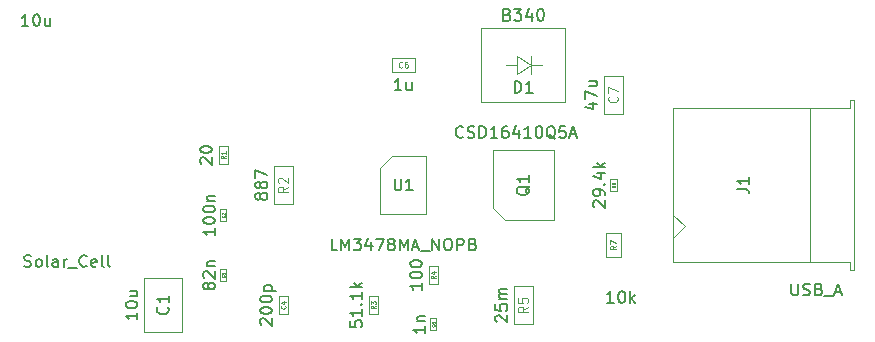
<source format=gbr>
%TF.GenerationSoftware,KiCad,Pcbnew,(6.0.4)*%
%TF.CreationDate,2022-04-27T12:43:55-07:00*%
%TF.ProjectId,SolarChargerV2,536f6c61-7243-4686-9172-67657256322e,rev?*%
%TF.SameCoordinates,Original*%
%TF.FileFunction,AssemblyDrawing,Top*%
%FSLAX46Y46*%
G04 Gerber Fmt 4.6, Leading zero omitted, Abs format (unit mm)*
G04 Created by KiCad (PCBNEW (6.0.4)) date 2022-04-27 12:43:55*
%MOMM*%
%LPD*%
G01*
G04 APERTURE LIST*
%ADD10C,0.150000*%
%ADD11C,0.040000*%
%ADD12C,0.060000*%
%ADD13C,0.080000*%
%ADD14C,0.120000*%
%ADD15C,0.100000*%
G04 APERTURE END LIST*
D10*
%TO.C,C5*%
X128832380Y-83074166D02*
X128832380Y-83645595D01*
X128832380Y-83359880D02*
X127832380Y-83359880D01*
X127975238Y-83455119D01*
X128070476Y-83550357D01*
X128118095Y-83645595D01*
X128165714Y-82645595D02*
X128832380Y-82645595D01*
X128260952Y-82645595D02*
X128213333Y-82597976D01*
X128165714Y-82502738D01*
X128165714Y-82359880D01*
X128213333Y-82264642D01*
X128308571Y-82217023D01*
X128832380Y-82217023D01*
D11*
X129629285Y-82949166D02*
X129641190Y-82961071D01*
X129653095Y-82996785D01*
X129653095Y-83020595D01*
X129641190Y-83056309D01*
X129617380Y-83080119D01*
X129593571Y-83092023D01*
X129545952Y-83103928D01*
X129510238Y-83103928D01*
X129462619Y-83092023D01*
X129438809Y-83080119D01*
X129415000Y-83056309D01*
X129403095Y-83020595D01*
X129403095Y-82996785D01*
X129415000Y-82961071D01*
X129426904Y-82949166D01*
X129403095Y-82722976D02*
X129403095Y-82842023D01*
X129522142Y-82853928D01*
X129510238Y-82842023D01*
X129498333Y-82818214D01*
X129498333Y-82758690D01*
X129510238Y-82734880D01*
X129522142Y-82722976D01*
X129545952Y-82711071D01*
X129605476Y-82711071D01*
X129629285Y-82722976D01*
X129641190Y-82734880D01*
X129653095Y-82758690D01*
X129653095Y-82818214D01*
X129641190Y-82842023D01*
X129629285Y-82853928D01*
D10*
%TO.C,C3*%
X110480952Y-79763809D02*
X110433333Y-79859047D01*
X110385714Y-79906666D01*
X110290476Y-79954285D01*
X110242857Y-79954285D01*
X110147619Y-79906666D01*
X110100000Y-79859047D01*
X110052380Y-79763809D01*
X110052380Y-79573333D01*
X110100000Y-79478095D01*
X110147619Y-79430476D01*
X110242857Y-79382857D01*
X110290476Y-79382857D01*
X110385714Y-79430476D01*
X110433333Y-79478095D01*
X110480952Y-79573333D01*
X110480952Y-79763809D01*
X110528571Y-79859047D01*
X110576190Y-79906666D01*
X110671428Y-79954285D01*
X110861904Y-79954285D01*
X110957142Y-79906666D01*
X111004761Y-79859047D01*
X111052380Y-79763809D01*
X111052380Y-79573333D01*
X111004761Y-79478095D01*
X110957142Y-79430476D01*
X110861904Y-79382857D01*
X110671428Y-79382857D01*
X110576190Y-79430476D01*
X110528571Y-79478095D01*
X110480952Y-79573333D01*
X110147619Y-79001904D02*
X110100000Y-78954285D01*
X110052380Y-78859047D01*
X110052380Y-78620952D01*
X110100000Y-78525714D01*
X110147619Y-78478095D01*
X110242857Y-78430476D01*
X110338095Y-78430476D01*
X110480952Y-78478095D01*
X111052380Y-79049523D01*
X111052380Y-78430476D01*
X110385714Y-78001904D02*
X111052380Y-78001904D01*
X110480952Y-78001904D02*
X110433333Y-77954285D01*
X110385714Y-77859047D01*
X110385714Y-77716190D01*
X110433333Y-77620952D01*
X110528571Y-77573333D01*
X111052380Y-77573333D01*
D11*
X111849285Y-78781666D02*
X111861190Y-78793571D01*
X111873095Y-78829285D01*
X111873095Y-78853095D01*
X111861190Y-78888809D01*
X111837380Y-78912619D01*
X111813571Y-78924523D01*
X111765952Y-78936428D01*
X111730238Y-78936428D01*
X111682619Y-78924523D01*
X111658809Y-78912619D01*
X111635000Y-78888809D01*
X111623095Y-78853095D01*
X111623095Y-78829285D01*
X111635000Y-78793571D01*
X111646904Y-78781666D01*
X111623095Y-78698333D02*
X111623095Y-78543571D01*
X111718333Y-78626904D01*
X111718333Y-78591190D01*
X111730238Y-78567380D01*
X111742142Y-78555476D01*
X111765952Y-78543571D01*
X111825476Y-78543571D01*
X111849285Y-78555476D01*
X111861190Y-78567380D01*
X111873095Y-78591190D01*
X111873095Y-78662619D01*
X111861190Y-78686428D01*
X111849285Y-78698333D01*
D10*
%TO.C,C2*%
X111052380Y-74779047D02*
X111052380Y-75350476D01*
X111052380Y-75064761D02*
X110052380Y-75064761D01*
X110195238Y-75160000D01*
X110290476Y-75255238D01*
X110338095Y-75350476D01*
X110052380Y-74160000D02*
X110052380Y-74064761D01*
X110100000Y-73969523D01*
X110147619Y-73921904D01*
X110242857Y-73874285D01*
X110433333Y-73826666D01*
X110671428Y-73826666D01*
X110861904Y-73874285D01*
X110957142Y-73921904D01*
X111004761Y-73969523D01*
X111052380Y-74064761D01*
X111052380Y-74160000D01*
X111004761Y-74255238D01*
X110957142Y-74302857D01*
X110861904Y-74350476D01*
X110671428Y-74398095D01*
X110433333Y-74398095D01*
X110242857Y-74350476D01*
X110147619Y-74302857D01*
X110100000Y-74255238D01*
X110052380Y-74160000D01*
X110052380Y-73207619D02*
X110052380Y-73112380D01*
X110100000Y-73017142D01*
X110147619Y-72969523D01*
X110242857Y-72921904D01*
X110433333Y-72874285D01*
X110671428Y-72874285D01*
X110861904Y-72921904D01*
X110957142Y-72969523D01*
X111004761Y-73017142D01*
X111052380Y-73112380D01*
X111052380Y-73207619D01*
X111004761Y-73302857D01*
X110957142Y-73350476D01*
X110861904Y-73398095D01*
X110671428Y-73445714D01*
X110433333Y-73445714D01*
X110242857Y-73398095D01*
X110147619Y-73350476D01*
X110100000Y-73302857D01*
X110052380Y-73207619D01*
X110385714Y-72445714D02*
X111052380Y-72445714D01*
X110480952Y-72445714D02*
X110433333Y-72398095D01*
X110385714Y-72302857D01*
X110385714Y-72160000D01*
X110433333Y-72064761D01*
X110528571Y-72017142D01*
X111052380Y-72017142D01*
D11*
X111849285Y-73701666D02*
X111861190Y-73713571D01*
X111873095Y-73749285D01*
X111873095Y-73773095D01*
X111861190Y-73808809D01*
X111837380Y-73832619D01*
X111813571Y-73844523D01*
X111765952Y-73856428D01*
X111730238Y-73856428D01*
X111682619Y-73844523D01*
X111658809Y-73832619D01*
X111635000Y-73808809D01*
X111623095Y-73773095D01*
X111623095Y-73749285D01*
X111635000Y-73713571D01*
X111646904Y-73701666D01*
X111646904Y-73606428D02*
X111635000Y-73594523D01*
X111623095Y-73570714D01*
X111623095Y-73511190D01*
X111635000Y-73487380D01*
X111646904Y-73475476D01*
X111670714Y-73463571D01*
X111694523Y-73463571D01*
X111730238Y-73475476D01*
X111873095Y-73618333D01*
X111873095Y-73463571D01*
D10*
%TO.C,C4*%
X114957619Y-82970476D02*
X114910000Y-82922857D01*
X114862380Y-82827619D01*
X114862380Y-82589523D01*
X114910000Y-82494285D01*
X114957619Y-82446666D01*
X115052857Y-82399047D01*
X115148095Y-82399047D01*
X115290952Y-82446666D01*
X115862380Y-83018095D01*
X115862380Y-82399047D01*
X114862380Y-81780000D02*
X114862380Y-81684761D01*
X114910000Y-81589523D01*
X114957619Y-81541904D01*
X115052857Y-81494285D01*
X115243333Y-81446666D01*
X115481428Y-81446666D01*
X115671904Y-81494285D01*
X115767142Y-81541904D01*
X115814761Y-81589523D01*
X115862380Y-81684761D01*
X115862380Y-81780000D01*
X115814761Y-81875238D01*
X115767142Y-81922857D01*
X115671904Y-81970476D01*
X115481428Y-82018095D01*
X115243333Y-82018095D01*
X115052857Y-81970476D01*
X114957619Y-81922857D01*
X114910000Y-81875238D01*
X114862380Y-81780000D01*
X114862380Y-80827619D02*
X114862380Y-80732380D01*
X114910000Y-80637142D01*
X114957619Y-80589523D01*
X115052857Y-80541904D01*
X115243333Y-80494285D01*
X115481428Y-80494285D01*
X115671904Y-80541904D01*
X115767142Y-80589523D01*
X115814761Y-80637142D01*
X115862380Y-80732380D01*
X115862380Y-80827619D01*
X115814761Y-80922857D01*
X115767142Y-80970476D01*
X115671904Y-81018095D01*
X115481428Y-81065714D01*
X115243333Y-81065714D01*
X115052857Y-81018095D01*
X114957619Y-80970476D01*
X114910000Y-80922857D01*
X114862380Y-80827619D01*
X115195714Y-80065714D02*
X116195714Y-80065714D01*
X115243333Y-80065714D02*
X115195714Y-79970476D01*
X115195714Y-79780000D01*
X115243333Y-79684761D01*
X115290952Y-79637142D01*
X115386190Y-79589523D01*
X115671904Y-79589523D01*
X115767142Y-79637142D01*
X115814761Y-79684761D01*
X115862380Y-79780000D01*
X115862380Y-79970476D01*
X115814761Y-80065714D01*
D12*
X116982857Y-81346666D02*
X117001904Y-81365714D01*
X117020952Y-81422857D01*
X117020952Y-81460952D01*
X117001904Y-81518095D01*
X116963809Y-81556190D01*
X116925714Y-81575238D01*
X116849523Y-81594285D01*
X116792380Y-81594285D01*
X116716190Y-81575238D01*
X116678095Y-81556190D01*
X116640000Y-81518095D01*
X116620952Y-81460952D01*
X116620952Y-81422857D01*
X116640000Y-81365714D01*
X116659047Y-81346666D01*
X116754285Y-81003809D02*
X117020952Y-81003809D01*
X116601904Y-81099047D02*
X116887619Y-81194285D01*
X116887619Y-80946666D01*
D10*
%TO.C,C6*%
X126833333Y-63092380D02*
X126261904Y-63092380D01*
X126547619Y-63092380D02*
X126547619Y-62092380D01*
X126452380Y-62235238D01*
X126357142Y-62330476D01*
X126261904Y-62378095D01*
X127690476Y-62425714D02*
X127690476Y-63092380D01*
X127261904Y-62425714D02*
X127261904Y-62949523D01*
X127309523Y-63044761D01*
X127404761Y-63092380D01*
X127547619Y-63092380D01*
X127642857Y-63044761D01*
X127690476Y-62997142D01*
D13*
X126916666Y-61138571D02*
X126892857Y-61162380D01*
X126821428Y-61186190D01*
X126773809Y-61186190D01*
X126702380Y-61162380D01*
X126654761Y-61114761D01*
X126630952Y-61067142D01*
X126607142Y-60971904D01*
X126607142Y-60900476D01*
X126630952Y-60805238D01*
X126654761Y-60757619D01*
X126702380Y-60710000D01*
X126773809Y-60686190D01*
X126821428Y-60686190D01*
X126892857Y-60710000D01*
X126916666Y-60733809D01*
X127345238Y-60686190D02*
X127250000Y-60686190D01*
X127202380Y-60710000D01*
X127178571Y-60733809D01*
X127130952Y-60805238D01*
X127107142Y-60900476D01*
X127107142Y-61090952D01*
X127130952Y-61138571D01*
X127154761Y-61162380D01*
X127202380Y-61186190D01*
X127297619Y-61186190D01*
X127345238Y-61162380D01*
X127369047Y-61138571D01*
X127392857Y-61090952D01*
X127392857Y-60971904D01*
X127369047Y-60924285D01*
X127345238Y-60900476D01*
X127297619Y-60876666D01*
X127202380Y-60876666D01*
X127154761Y-60900476D01*
X127130952Y-60924285D01*
X127107142Y-60971904D01*
D10*
%TO.C,C7*%
X142715714Y-64238095D02*
X143382380Y-64238095D01*
X142334761Y-64476190D02*
X143049047Y-64714285D01*
X143049047Y-64095238D01*
X142382380Y-63809523D02*
X142382380Y-63142857D01*
X143382380Y-63571428D01*
X142715714Y-62333333D02*
X143382380Y-62333333D01*
X142715714Y-62761904D02*
X143239523Y-62761904D01*
X143334761Y-62714285D01*
X143382380Y-62619047D01*
X143382380Y-62476190D01*
X143334761Y-62380952D01*
X143287142Y-62333333D01*
D14*
X145065714Y-63633333D02*
X145103809Y-63671428D01*
X145141904Y-63785714D01*
X145141904Y-63861904D01*
X145103809Y-63976190D01*
X145027619Y-64052380D01*
X144951428Y-64090476D01*
X144799047Y-64128571D01*
X144684761Y-64128571D01*
X144532380Y-64090476D01*
X144456190Y-64052380D01*
X144380000Y-63976190D01*
X144341904Y-63861904D01*
X144341904Y-63785714D01*
X144380000Y-63671428D01*
X144418095Y-63633333D01*
X144341904Y-63366666D02*
X144341904Y-62833333D01*
X145141904Y-63176190D01*
D10*
%TO.C,C1*%
X104482380Y-81922857D02*
X104482380Y-82494285D01*
X104482380Y-82208571D02*
X103482380Y-82208571D01*
X103625238Y-82303809D01*
X103720476Y-82399047D01*
X103768095Y-82494285D01*
X103482380Y-81303809D02*
X103482380Y-81208571D01*
X103530000Y-81113333D01*
X103577619Y-81065714D01*
X103672857Y-81018095D01*
X103863333Y-80970476D01*
X104101428Y-80970476D01*
X104291904Y-81018095D01*
X104387142Y-81065714D01*
X104434761Y-81113333D01*
X104482380Y-81208571D01*
X104482380Y-81303809D01*
X104434761Y-81399047D01*
X104387142Y-81446666D01*
X104291904Y-81494285D01*
X104101428Y-81541904D01*
X103863333Y-81541904D01*
X103672857Y-81494285D01*
X103577619Y-81446666D01*
X103530000Y-81399047D01*
X103482380Y-81303809D01*
X103815714Y-80113333D02*
X104482380Y-80113333D01*
X103815714Y-80541904D02*
X104339523Y-80541904D01*
X104434761Y-80494285D01*
X104482380Y-80399047D01*
X104482380Y-80256190D01*
X104434761Y-80160952D01*
X104387142Y-80113333D01*
X107037142Y-81446666D02*
X107084761Y-81494285D01*
X107132380Y-81637142D01*
X107132380Y-81732380D01*
X107084761Y-81875238D01*
X106989523Y-81970476D01*
X106894285Y-82018095D01*
X106703809Y-82065714D01*
X106560952Y-82065714D01*
X106370476Y-82018095D01*
X106275238Y-81970476D01*
X106180000Y-81875238D01*
X106132380Y-81732380D01*
X106132380Y-81637142D01*
X106180000Y-81494285D01*
X106227619Y-81446666D01*
X107132380Y-80494285D02*
X107132380Y-81065714D01*
X107132380Y-80780000D02*
X106132380Y-80780000D01*
X106275238Y-80875238D01*
X106370476Y-80970476D01*
X106418095Y-81065714D01*
%TO.C,R6*%
X143157619Y-73000952D02*
X143110000Y-72953333D01*
X143062380Y-72858095D01*
X143062380Y-72620000D01*
X143110000Y-72524761D01*
X143157619Y-72477142D01*
X143252857Y-72429523D01*
X143348095Y-72429523D01*
X143490952Y-72477142D01*
X144062380Y-73048571D01*
X144062380Y-72429523D01*
X144062380Y-71953333D02*
X144062380Y-71762857D01*
X144014761Y-71667619D01*
X143967142Y-71620000D01*
X143824285Y-71524761D01*
X143633809Y-71477142D01*
X143252857Y-71477142D01*
X143157619Y-71524761D01*
X143110000Y-71572380D01*
X143062380Y-71667619D01*
X143062380Y-71858095D01*
X143110000Y-71953333D01*
X143157619Y-72000952D01*
X143252857Y-72048571D01*
X143490952Y-72048571D01*
X143586190Y-72000952D01*
X143633809Y-71953333D01*
X143681428Y-71858095D01*
X143681428Y-71667619D01*
X143633809Y-71572380D01*
X143586190Y-71524761D01*
X143490952Y-71477142D01*
X143967142Y-71048571D02*
X144014761Y-71000952D01*
X144062380Y-71048571D01*
X144014761Y-71096190D01*
X143967142Y-71048571D01*
X144062380Y-71048571D01*
X143395714Y-70143809D02*
X144062380Y-70143809D01*
X143014761Y-70381904D02*
X143729047Y-70620000D01*
X143729047Y-70000952D01*
X144062380Y-69620000D02*
X143062380Y-69620000D01*
X143681428Y-69524761D02*
X144062380Y-69239047D01*
X143395714Y-69239047D02*
X143776666Y-69620000D01*
D11*
X144897619Y-71163333D02*
X144773809Y-71250000D01*
X144897619Y-71311904D02*
X144637619Y-71311904D01*
X144637619Y-71212857D01*
X144650000Y-71188095D01*
X144662380Y-71175714D01*
X144687142Y-71163333D01*
X144724285Y-71163333D01*
X144749047Y-71175714D01*
X144761428Y-71188095D01*
X144773809Y-71212857D01*
X144773809Y-71311904D01*
X144637619Y-70940476D02*
X144637619Y-70990000D01*
X144650000Y-71014761D01*
X144662380Y-71027142D01*
X144699523Y-71051904D01*
X144749047Y-71064285D01*
X144848095Y-71064285D01*
X144872857Y-71051904D01*
X144885238Y-71039523D01*
X144897619Y-71014761D01*
X144897619Y-70965238D01*
X144885238Y-70940476D01*
X144872857Y-70928095D01*
X144848095Y-70915714D01*
X144786190Y-70915714D01*
X144761428Y-70928095D01*
X144749047Y-70940476D01*
X144736666Y-70965238D01*
X144736666Y-71014761D01*
X144749047Y-71039523D01*
X144761428Y-71051904D01*
X144786190Y-71064285D01*
D10*
%TO.C,R4*%
X128562380Y-79406666D02*
X128562380Y-79978095D01*
X128562380Y-79692380D02*
X127562380Y-79692380D01*
X127705238Y-79787619D01*
X127800476Y-79882857D01*
X127848095Y-79978095D01*
X127562380Y-78787619D02*
X127562380Y-78692380D01*
X127610000Y-78597142D01*
X127657619Y-78549523D01*
X127752857Y-78501904D01*
X127943333Y-78454285D01*
X128181428Y-78454285D01*
X128371904Y-78501904D01*
X128467142Y-78549523D01*
X128514761Y-78597142D01*
X128562380Y-78692380D01*
X128562380Y-78787619D01*
X128514761Y-78882857D01*
X128467142Y-78930476D01*
X128371904Y-78978095D01*
X128181428Y-79025714D01*
X127943333Y-79025714D01*
X127752857Y-78978095D01*
X127657619Y-78930476D01*
X127610000Y-78882857D01*
X127562380Y-78787619D01*
X127562380Y-77835238D02*
X127562380Y-77740000D01*
X127610000Y-77644761D01*
X127657619Y-77597142D01*
X127752857Y-77549523D01*
X127943333Y-77501904D01*
X128181428Y-77501904D01*
X128371904Y-77549523D01*
X128467142Y-77597142D01*
X128514761Y-77644761D01*
X128562380Y-77740000D01*
X128562380Y-77835238D01*
X128514761Y-77930476D01*
X128467142Y-77978095D01*
X128371904Y-78025714D01*
X128181428Y-78073333D01*
X127943333Y-78073333D01*
X127752857Y-78025714D01*
X127657619Y-77978095D01*
X127610000Y-77930476D01*
X127562380Y-77835238D01*
D12*
X129720952Y-78806666D02*
X129530476Y-78940000D01*
X129720952Y-79035238D02*
X129320952Y-79035238D01*
X129320952Y-78882857D01*
X129340000Y-78844761D01*
X129359047Y-78825714D01*
X129397142Y-78806666D01*
X129454285Y-78806666D01*
X129492380Y-78825714D01*
X129511428Y-78844761D01*
X129530476Y-78882857D01*
X129530476Y-79035238D01*
X129454285Y-78463809D02*
X129720952Y-78463809D01*
X129301904Y-78559047D02*
X129587619Y-78654285D01*
X129587619Y-78406666D01*
D10*
%TO.C,R3*%
X122482380Y-82637142D02*
X122482380Y-83113333D01*
X122958571Y-83160952D01*
X122910952Y-83113333D01*
X122863333Y-83018095D01*
X122863333Y-82780000D01*
X122910952Y-82684761D01*
X122958571Y-82637142D01*
X123053809Y-82589523D01*
X123291904Y-82589523D01*
X123387142Y-82637142D01*
X123434761Y-82684761D01*
X123482380Y-82780000D01*
X123482380Y-83018095D01*
X123434761Y-83113333D01*
X123387142Y-83160952D01*
X123482380Y-81637142D02*
X123482380Y-82208571D01*
X123482380Y-81922857D02*
X122482380Y-81922857D01*
X122625238Y-82018095D01*
X122720476Y-82113333D01*
X122768095Y-82208571D01*
X123387142Y-81208571D02*
X123434761Y-81160952D01*
X123482380Y-81208571D01*
X123434761Y-81256190D01*
X123387142Y-81208571D01*
X123482380Y-81208571D01*
X123482380Y-80208571D02*
X123482380Y-80780000D01*
X123482380Y-80494285D02*
X122482380Y-80494285D01*
X122625238Y-80589523D01*
X122720476Y-80684761D01*
X122768095Y-80780000D01*
X123482380Y-79780000D02*
X122482380Y-79780000D01*
X123101428Y-79684761D02*
X123482380Y-79399047D01*
X122815714Y-79399047D02*
X123196666Y-79780000D01*
D12*
X124640952Y-81346666D02*
X124450476Y-81480000D01*
X124640952Y-81575238D02*
X124240952Y-81575238D01*
X124240952Y-81422857D01*
X124260000Y-81384761D01*
X124279047Y-81365714D01*
X124317142Y-81346666D01*
X124374285Y-81346666D01*
X124412380Y-81365714D01*
X124431428Y-81384761D01*
X124450476Y-81422857D01*
X124450476Y-81575238D01*
X124240952Y-81213333D02*
X124240952Y-80965714D01*
X124393333Y-81099047D01*
X124393333Y-81041904D01*
X124412380Y-81003809D01*
X124431428Y-80984761D01*
X124469523Y-80965714D01*
X124564761Y-80965714D01*
X124602857Y-80984761D01*
X124621904Y-81003809D01*
X124640952Y-81041904D01*
X124640952Y-81156190D01*
X124621904Y-81194285D01*
X124602857Y-81213333D01*
D10*
%TO.C,R1*%
X109877619Y-69341904D02*
X109830000Y-69294285D01*
X109782380Y-69199047D01*
X109782380Y-68960952D01*
X109830000Y-68865714D01*
X109877619Y-68818095D01*
X109972857Y-68770476D01*
X110068095Y-68770476D01*
X110210952Y-68818095D01*
X110782380Y-69389523D01*
X110782380Y-68770476D01*
X109782380Y-68151428D02*
X109782380Y-68056190D01*
X109830000Y-67960952D01*
X109877619Y-67913333D01*
X109972857Y-67865714D01*
X110163333Y-67818095D01*
X110401428Y-67818095D01*
X110591904Y-67865714D01*
X110687142Y-67913333D01*
X110734761Y-67960952D01*
X110782380Y-68056190D01*
X110782380Y-68151428D01*
X110734761Y-68246666D01*
X110687142Y-68294285D01*
X110591904Y-68341904D01*
X110401428Y-68389523D01*
X110163333Y-68389523D01*
X109972857Y-68341904D01*
X109877619Y-68294285D01*
X109830000Y-68246666D01*
X109782380Y-68151428D01*
D12*
X111940952Y-68646666D02*
X111750476Y-68780000D01*
X111940952Y-68875238D02*
X111540952Y-68875238D01*
X111540952Y-68722857D01*
X111560000Y-68684761D01*
X111579047Y-68665714D01*
X111617142Y-68646666D01*
X111674285Y-68646666D01*
X111712380Y-68665714D01*
X111731428Y-68684761D01*
X111750476Y-68722857D01*
X111750476Y-68875238D01*
X111940952Y-68265714D02*
X111940952Y-68494285D01*
X111940952Y-68380000D02*
X111540952Y-68380000D01*
X111598095Y-68418095D01*
X111636190Y-68456190D01*
X111655238Y-68494285D01*
D10*
%TO.C,R5*%
X134887619Y-82708571D02*
X134840000Y-82660952D01*
X134792380Y-82565714D01*
X134792380Y-82327619D01*
X134840000Y-82232380D01*
X134887619Y-82184761D01*
X134982857Y-82137142D01*
X135078095Y-82137142D01*
X135220952Y-82184761D01*
X135792380Y-82756190D01*
X135792380Y-82137142D01*
X134792380Y-81232380D02*
X134792380Y-81708571D01*
X135268571Y-81756190D01*
X135220952Y-81708571D01*
X135173333Y-81613333D01*
X135173333Y-81375238D01*
X135220952Y-81280000D01*
X135268571Y-81232380D01*
X135363809Y-81184761D01*
X135601904Y-81184761D01*
X135697142Y-81232380D01*
X135744761Y-81280000D01*
X135792380Y-81375238D01*
X135792380Y-81613333D01*
X135744761Y-81708571D01*
X135697142Y-81756190D01*
X135792380Y-80756190D02*
X135125714Y-80756190D01*
X135220952Y-80756190D02*
X135173333Y-80708571D01*
X135125714Y-80613333D01*
X135125714Y-80470476D01*
X135173333Y-80375238D01*
X135268571Y-80327619D01*
X135792380Y-80327619D01*
X135268571Y-80327619D02*
X135173333Y-80280000D01*
X135125714Y-80184761D01*
X135125714Y-80041904D01*
X135173333Y-79946666D01*
X135268571Y-79899047D01*
X135792380Y-79899047D01*
D14*
X137521904Y-81413333D02*
X137140952Y-81680000D01*
X137521904Y-81870476D02*
X136721904Y-81870476D01*
X136721904Y-81565714D01*
X136760000Y-81489523D01*
X136798095Y-81451428D01*
X136874285Y-81413333D01*
X136988571Y-81413333D01*
X137064761Y-81451428D01*
X137102857Y-81489523D01*
X137140952Y-81565714D01*
X137140952Y-81870476D01*
X136721904Y-80689523D02*
X136721904Y-81070476D01*
X137102857Y-81108571D01*
X137064761Y-81070476D01*
X137026666Y-80994285D01*
X137026666Y-80803809D01*
X137064761Y-80727619D01*
X137102857Y-80689523D01*
X137179047Y-80651428D01*
X137369523Y-80651428D01*
X137445714Y-80689523D01*
X137483809Y-80727619D01*
X137521904Y-80803809D01*
X137521904Y-80994285D01*
X137483809Y-81070476D01*
X137445714Y-81108571D01*
D10*
%TO.C,R2*%
X114900952Y-72167619D02*
X114853333Y-72262857D01*
X114805714Y-72310476D01*
X114710476Y-72358095D01*
X114662857Y-72358095D01*
X114567619Y-72310476D01*
X114520000Y-72262857D01*
X114472380Y-72167619D01*
X114472380Y-71977142D01*
X114520000Y-71881904D01*
X114567619Y-71834285D01*
X114662857Y-71786666D01*
X114710476Y-71786666D01*
X114805714Y-71834285D01*
X114853333Y-71881904D01*
X114900952Y-71977142D01*
X114900952Y-72167619D01*
X114948571Y-72262857D01*
X114996190Y-72310476D01*
X115091428Y-72358095D01*
X115281904Y-72358095D01*
X115377142Y-72310476D01*
X115424761Y-72262857D01*
X115472380Y-72167619D01*
X115472380Y-71977142D01*
X115424761Y-71881904D01*
X115377142Y-71834285D01*
X115281904Y-71786666D01*
X115091428Y-71786666D01*
X114996190Y-71834285D01*
X114948571Y-71881904D01*
X114900952Y-71977142D01*
X114900952Y-71215238D02*
X114853333Y-71310476D01*
X114805714Y-71358095D01*
X114710476Y-71405714D01*
X114662857Y-71405714D01*
X114567619Y-71358095D01*
X114520000Y-71310476D01*
X114472380Y-71215238D01*
X114472380Y-71024761D01*
X114520000Y-70929523D01*
X114567619Y-70881904D01*
X114662857Y-70834285D01*
X114710476Y-70834285D01*
X114805714Y-70881904D01*
X114853333Y-70929523D01*
X114900952Y-71024761D01*
X114900952Y-71215238D01*
X114948571Y-71310476D01*
X114996190Y-71358095D01*
X115091428Y-71405714D01*
X115281904Y-71405714D01*
X115377142Y-71358095D01*
X115424761Y-71310476D01*
X115472380Y-71215238D01*
X115472380Y-71024761D01*
X115424761Y-70929523D01*
X115377142Y-70881904D01*
X115281904Y-70834285D01*
X115091428Y-70834285D01*
X114996190Y-70881904D01*
X114948571Y-70929523D01*
X114900952Y-71024761D01*
X114472380Y-70500952D02*
X114472380Y-69834285D01*
X115472380Y-70262857D01*
D14*
X117201904Y-71253333D02*
X116820952Y-71520000D01*
X117201904Y-71710476D02*
X116401904Y-71710476D01*
X116401904Y-71405714D01*
X116440000Y-71329523D01*
X116478095Y-71291428D01*
X116554285Y-71253333D01*
X116668571Y-71253333D01*
X116744761Y-71291428D01*
X116782857Y-71329523D01*
X116820952Y-71405714D01*
X116820952Y-71710476D01*
X116478095Y-70948571D02*
X116440000Y-70910476D01*
X116401904Y-70834285D01*
X116401904Y-70643809D01*
X116440000Y-70567619D01*
X116478095Y-70529523D01*
X116554285Y-70491428D01*
X116630476Y-70491428D01*
X116744761Y-70529523D01*
X117201904Y-70986666D01*
X117201904Y-70491428D01*
D10*
%TO.C,L1*%
X95257142Y-57652380D02*
X94685714Y-57652380D01*
X94971428Y-57652380D02*
X94971428Y-56652380D01*
X94876190Y-56795238D01*
X94780952Y-56890476D01*
X94685714Y-56938095D01*
X95876190Y-56652380D02*
X95971428Y-56652380D01*
X96066666Y-56700000D01*
X96114285Y-56747619D01*
X96161904Y-56842857D01*
X96209523Y-57033333D01*
X96209523Y-57271428D01*
X96161904Y-57461904D01*
X96114285Y-57557142D01*
X96066666Y-57604761D01*
X95971428Y-57652380D01*
X95876190Y-57652380D01*
X95780952Y-57604761D01*
X95733333Y-57557142D01*
X95685714Y-57461904D01*
X95638095Y-57271428D01*
X95638095Y-57033333D01*
X95685714Y-56842857D01*
X95733333Y-56747619D01*
X95780952Y-56700000D01*
X95876190Y-56652380D01*
X97066666Y-56985714D02*
X97066666Y-57652380D01*
X96638095Y-56985714D02*
X96638095Y-57509523D01*
X96685714Y-57604761D01*
X96780952Y-57652380D01*
X96923809Y-57652380D01*
X97019047Y-57604761D01*
X97066666Y-57557142D01*
%TO.C,D1*%
X135802857Y-56688571D02*
X135945714Y-56736190D01*
X135993333Y-56783809D01*
X136040952Y-56879047D01*
X136040952Y-57021904D01*
X135993333Y-57117142D01*
X135945714Y-57164761D01*
X135850476Y-57212380D01*
X135469523Y-57212380D01*
X135469523Y-56212380D01*
X135802857Y-56212380D01*
X135898095Y-56260000D01*
X135945714Y-56307619D01*
X135993333Y-56402857D01*
X135993333Y-56498095D01*
X135945714Y-56593333D01*
X135898095Y-56640952D01*
X135802857Y-56688571D01*
X135469523Y-56688571D01*
X136374285Y-56212380D02*
X136993333Y-56212380D01*
X136660000Y-56593333D01*
X136802857Y-56593333D01*
X136898095Y-56640952D01*
X136945714Y-56688571D01*
X136993333Y-56783809D01*
X136993333Y-57021904D01*
X136945714Y-57117142D01*
X136898095Y-57164761D01*
X136802857Y-57212380D01*
X136517142Y-57212380D01*
X136421904Y-57164761D01*
X136374285Y-57117142D01*
X137850476Y-56545714D02*
X137850476Y-57212380D01*
X137612380Y-56164761D02*
X137374285Y-56879047D01*
X137993333Y-56879047D01*
X138564761Y-56212380D02*
X138660000Y-56212380D01*
X138755238Y-56260000D01*
X138802857Y-56307619D01*
X138850476Y-56402857D01*
X138898095Y-56593333D01*
X138898095Y-56831428D01*
X138850476Y-57021904D01*
X138802857Y-57117142D01*
X138755238Y-57164761D01*
X138660000Y-57212380D01*
X138564761Y-57212380D01*
X138469523Y-57164761D01*
X138421904Y-57117142D01*
X138374285Y-57021904D01*
X138326666Y-56831428D01*
X138326666Y-56593333D01*
X138374285Y-56402857D01*
X138421904Y-56307619D01*
X138469523Y-56260000D01*
X138564761Y-56212380D01*
X136421904Y-63312380D02*
X136421904Y-62312380D01*
X136660000Y-62312380D01*
X136802857Y-62360000D01*
X136898095Y-62455238D01*
X136945714Y-62550476D01*
X136993333Y-62740952D01*
X136993333Y-62883809D01*
X136945714Y-63074285D01*
X136898095Y-63169523D01*
X136802857Y-63264761D01*
X136660000Y-63312380D01*
X136421904Y-63312380D01*
X137945714Y-63312380D02*
X137374285Y-63312380D01*
X137660000Y-63312380D02*
X137660000Y-62312380D01*
X137564761Y-62455238D01*
X137469523Y-62550476D01*
X137374285Y-62598095D01*
%TO.C,SC1*%
X94904761Y-78004761D02*
X95047619Y-78052380D01*
X95285714Y-78052380D01*
X95380952Y-78004761D01*
X95428571Y-77957142D01*
X95476190Y-77861904D01*
X95476190Y-77766666D01*
X95428571Y-77671428D01*
X95380952Y-77623809D01*
X95285714Y-77576190D01*
X95095238Y-77528571D01*
X95000000Y-77480952D01*
X94952380Y-77433333D01*
X94904761Y-77338095D01*
X94904761Y-77242857D01*
X94952380Y-77147619D01*
X95000000Y-77100000D01*
X95095238Y-77052380D01*
X95333333Y-77052380D01*
X95476190Y-77100000D01*
X96047619Y-78052380D02*
X95952380Y-78004761D01*
X95904761Y-77957142D01*
X95857142Y-77861904D01*
X95857142Y-77576190D01*
X95904761Y-77480952D01*
X95952380Y-77433333D01*
X96047619Y-77385714D01*
X96190476Y-77385714D01*
X96285714Y-77433333D01*
X96333333Y-77480952D01*
X96380952Y-77576190D01*
X96380952Y-77861904D01*
X96333333Y-77957142D01*
X96285714Y-78004761D01*
X96190476Y-78052380D01*
X96047619Y-78052380D01*
X96952380Y-78052380D02*
X96857142Y-78004761D01*
X96809523Y-77909523D01*
X96809523Y-77052380D01*
X97761904Y-78052380D02*
X97761904Y-77528571D01*
X97714285Y-77433333D01*
X97619047Y-77385714D01*
X97428571Y-77385714D01*
X97333333Y-77433333D01*
X97761904Y-78004761D02*
X97666666Y-78052380D01*
X97428571Y-78052380D01*
X97333333Y-78004761D01*
X97285714Y-77909523D01*
X97285714Y-77814285D01*
X97333333Y-77719047D01*
X97428571Y-77671428D01*
X97666666Y-77671428D01*
X97761904Y-77623809D01*
X98238095Y-78052380D02*
X98238095Y-77385714D01*
X98238095Y-77576190D02*
X98285714Y-77480952D01*
X98333333Y-77433333D01*
X98428571Y-77385714D01*
X98523809Y-77385714D01*
X98619047Y-78147619D02*
X99380952Y-78147619D01*
X100190476Y-77957142D02*
X100142857Y-78004761D01*
X100000000Y-78052380D01*
X99904761Y-78052380D01*
X99761904Y-78004761D01*
X99666666Y-77909523D01*
X99619047Y-77814285D01*
X99571428Y-77623809D01*
X99571428Y-77480952D01*
X99619047Y-77290476D01*
X99666666Y-77195238D01*
X99761904Y-77100000D01*
X99904761Y-77052380D01*
X100000000Y-77052380D01*
X100142857Y-77100000D01*
X100190476Y-77147619D01*
X101000000Y-78004761D02*
X100904761Y-78052380D01*
X100714285Y-78052380D01*
X100619047Y-78004761D01*
X100571428Y-77909523D01*
X100571428Y-77528571D01*
X100619047Y-77433333D01*
X100714285Y-77385714D01*
X100904761Y-77385714D01*
X101000000Y-77433333D01*
X101047619Y-77528571D01*
X101047619Y-77623809D01*
X100571428Y-77719047D01*
X101619047Y-78052380D02*
X101523809Y-78004761D01*
X101476190Y-77909523D01*
X101476190Y-77052380D01*
X102142857Y-78052380D02*
X102047619Y-78004761D01*
X102000000Y-77909523D01*
X102000000Y-77052380D01*
%TO.C,U1*%
X121404761Y-76652380D02*
X120928571Y-76652380D01*
X120928571Y-75652380D01*
X121738095Y-76652380D02*
X121738095Y-75652380D01*
X122071428Y-76366666D01*
X122404761Y-75652380D01*
X122404761Y-76652380D01*
X122785714Y-75652380D02*
X123404761Y-75652380D01*
X123071428Y-76033333D01*
X123214285Y-76033333D01*
X123309523Y-76080952D01*
X123357142Y-76128571D01*
X123404761Y-76223809D01*
X123404761Y-76461904D01*
X123357142Y-76557142D01*
X123309523Y-76604761D01*
X123214285Y-76652380D01*
X122928571Y-76652380D01*
X122833333Y-76604761D01*
X122785714Y-76557142D01*
X124261904Y-75985714D02*
X124261904Y-76652380D01*
X124023809Y-75604761D02*
X123785714Y-76319047D01*
X124404761Y-76319047D01*
X124690476Y-75652380D02*
X125357142Y-75652380D01*
X124928571Y-76652380D01*
X125880952Y-76080952D02*
X125785714Y-76033333D01*
X125738095Y-75985714D01*
X125690476Y-75890476D01*
X125690476Y-75842857D01*
X125738095Y-75747619D01*
X125785714Y-75700000D01*
X125880952Y-75652380D01*
X126071428Y-75652380D01*
X126166666Y-75700000D01*
X126214285Y-75747619D01*
X126261904Y-75842857D01*
X126261904Y-75890476D01*
X126214285Y-75985714D01*
X126166666Y-76033333D01*
X126071428Y-76080952D01*
X125880952Y-76080952D01*
X125785714Y-76128571D01*
X125738095Y-76176190D01*
X125690476Y-76271428D01*
X125690476Y-76461904D01*
X125738095Y-76557142D01*
X125785714Y-76604761D01*
X125880952Y-76652380D01*
X126071428Y-76652380D01*
X126166666Y-76604761D01*
X126214285Y-76557142D01*
X126261904Y-76461904D01*
X126261904Y-76271428D01*
X126214285Y-76176190D01*
X126166666Y-76128571D01*
X126071428Y-76080952D01*
X126690476Y-76652380D02*
X126690476Y-75652380D01*
X127023809Y-76366666D01*
X127357142Y-75652380D01*
X127357142Y-76652380D01*
X127785714Y-76366666D02*
X128261904Y-76366666D01*
X127690476Y-76652380D02*
X128023809Y-75652380D01*
X128357142Y-76652380D01*
X128452380Y-76747619D02*
X129214285Y-76747619D01*
X129452380Y-76652380D02*
X129452380Y-75652380D01*
X130023809Y-76652380D01*
X130023809Y-75652380D01*
X130690476Y-75652380D02*
X130880952Y-75652380D01*
X130976190Y-75700000D01*
X131071428Y-75795238D01*
X131119047Y-75985714D01*
X131119047Y-76319047D01*
X131071428Y-76509523D01*
X130976190Y-76604761D01*
X130880952Y-76652380D01*
X130690476Y-76652380D01*
X130595238Y-76604761D01*
X130500000Y-76509523D01*
X130452380Y-76319047D01*
X130452380Y-75985714D01*
X130500000Y-75795238D01*
X130595238Y-75700000D01*
X130690476Y-75652380D01*
X131547619Y-76652380D02*
X131547619Y-75652380D01*
X131928571Y-75652380D01*
X132023809Y-75700000D01*
X132071428Y-75747619D01*
X132119047Y-75842857D01*
X132119047Y-75985714D01*
X132071428Y-76080952D01*
X132023809Y-76128571D01*
X131928571Y-76176190D01*
X131547619Y-76176190D01*
X132880952Y-76128571D02*
X133023809Y-76176190D01*
X133071428Y-76223809D01*
X133119047Y-76319047D01*
X133119047Y-76461904D01*
X133071428Y-76557142D01*
X133023809Y-76604761D01*
X132928571Y-76652380D01*
X132547619Y-76652380D01*
X132547619Y-75652380D01*
X132880952Y-75652380D01*
X132976190Y-75700000D01*
X133023809Y-75747619D01*
X133071428Y-75842857D01*
X133071428Y-75938095D01*
X133023809Y-76033333D01*
X132976190Y-76080952D01*
X132880952Y-76128571D01*
X132547619Y-76128571D01*
X126253333Y-70583333D02*
X126253333Y-71376666D01*
X126300000Y-71470000D01*
X126346666Y-71516666D01*
X126440000Y-71563333D01*
X126626666Y-71563333D01*
X126720000Y-71516666D01*
X126766666Y-71470000D01*
X126813333Y-71376666D01*
X126813333Y-70583333D01*
X127793333Y-71563333D02*
X127233333Y-71563333D01*
X127513333Y-71563333D02*
X127513333Y-70583333D01*
X127420000Y-70723333D01*
X127326666Y-70816666D01*
X127233333Y-70863333D01*
%TO.C,R7*%
X144819761Y-81097380D02*
X144248333Y-81097380D01*
X144534047Y-81097380D02*
X144534047Y-80097380D01*
X144438809Y-80240238D01*
X144343571Y-80335476D01*
X144248333Y-80383095D01*
X145438809Y-80097380D02*
X145534047Y-80097380D01*
X145629285Y-80145000D01*
X145676904Y-80192619D01*
X145724523Y-80287857D01*
X145772142Y-80478333D01*
X145772142Y-80716428D01*
X145724523Y-80906904D01*
X145676904Y-81002142D01*
X145629285Y-81049761D01*
X145534047Y-81097380D01*
X145438809Y-81097380D01*
X145343571Y-81049761D01*
X145295952Y-81002142D01*
X145248333Y-80906904D01*
X145200714Y-80716428D01*
X145200714Y-80478333D01*
X145248333Y-80287857D01*
X145295952Y-80192619D01*
X145343571Y-80145000D01*
X145438809Y-80097380D01*
X146200714Y-81097380D02*
X146200714Y-80097380D01*
X146295952Y-80716428D02*
X146581666Y-81097380D01*
X146581666Y-80430714D02*
X146200714Y-80811666D01*
D13*
X145006190Y-76283333D02*
X144768095Y-76450000D01*
X145006190Y-76569047D02*
X144506190Y-76569047D01*
X144506190Y-76378571D01*
X144530000Y-76330952D01*
X144553809Y-76307142D01*
X144601428Y-76283333D01*
X144672857Y-76283333D01*
X144720476Y-76307142D01*
X144744285Y-76330952D01*
X144768095Y-76378571D01*
X144768095Y-76569047D01*
X144506190Y-76116666D02*
X144506190Y-75783333D01*
X145006190Y-75997619D01*
D10*
%TO.C,Q1*%
X132048809Y-67032142D02*
X132001190Y-67079761D01*
X131858333Y-67127380D01*
X131763095Y-67127380D01*
X131620238Y-67079761D01*
X131525000Y-66984523D01*
X131477380Y-66889285D01*
X131429761Y-66698809D01*
X131429761Y-66555952D01*
X131477380Y-66365476D01*
X131525000Y-66270238D01*
X131620238Y-66175000D01*
X131763095Y-66127380D01*
X131858333Y-66127380D01*
X132001190Y-66175000D01*
X132048809Y-66222619D01*
X132429761Y-67079761D02*
X132572619Y-67127380D01*
X132810714Y-67127380D01*
X132905952Y-67079761D01*
X132953571Y-67032142D01*
X133001190Y-66936904D01*
X133001190Y-66841666D01*
X132953571Y-66746428D01*
X132905952Y-66698809D01*
X132810714Y-66651190D01*
X132620238Y-66603571D01*
X132525000Y-66555952D01*
X132477380Y-66508333D01*
X132429761Y-66413095D01*
X132429761Y-66317857D01*
X132477380Y-66222619D01*
X132525000Y-66175000D01*
X132620238Y-66127380D01*
X132858333Y-66127380D01*
X133001190Y-66175000D01*
X133429761Y-67127380D02*
X133429761Y-66127380D01*
X133667857Y-66127380D01*
X133810714Y-66175000D01*
X133905952Y-66270238D01*
X133953571Y-66365476D01*
X134001190Y-66555952D01*
X134001190Y-66698809D01*
X133953571Y-66889285D01*
X133905952Y-66984523D01*
X133810714Y-67079761D01*
X133667857Y-67127380D01*
X133429761Y-67127380D01*
X134953571Y-67127380D02*
X134382142Y-67127380D01*
X134667857Y-67127380D02*
X134667857Y-66127380D01*
X134572619Y-66270238D01*
X134477380Y-66365476D01*
X134382142Y-66413095D01*
X135810714Y-66127380D02*
X135620238Y-66127380D01*
X135525000Y-66175000D01*
X135477380Y-66222619D01*
X135382142Y-66365476D01*
X135334523Y-66555952D01*
X135334523Y-66936904D01*
X135382142Y-67032142D01*
X135429761Y-67079761D01*
X135525000Y-67127380D01*
X135715476Y-67127380D01*
X135810714Y-67079761D01*
X135858333Y-67032142D01*
X135905952Y-66936904D01*
X135905952Y-66698809D01*
X135858333Y-66603571D01*
X135810714Y-66555952D01*
X135715476Y-66508333D01*
X135525000Y-66508333D01*
X135429761Y-66555952D01*
X135382142Y-66603571D01*
X135334523Y-66698809D01*
X136763095Y-66460714D02*
X136763095Y-67127380D01*
X136525000Y-66079761D02*
X136286904Y-66794047D01*
X136905952Y-66794047D01*
X137810714Y-67127380D02*
X137239285Y-67127380D01*
X137525000Y-67127380D02*
X137525000Y-66127380D01*
X137429761Y-66270238D01*
X137334523Y-66365476D01*
X137239285Y-66413095D01*
X138429761Y-66127380D02*
X138525000Y-66127380D01*
X138620238Y-66175000D01*
X138667857Y-66222619D01*
X138715476Y-66317857D01*
X138763095Y-66508333D01*
X138763095Y-66746428D01*
X138715476Y-66936904D01*
X138667857Y-67032142D01*
X138620238Y-67079761D01*
X138525000Y-67127380D01*
X138429761Y-67127380D01*
X138334523Y-67079761D01*
X138286904Y-67032142D01*
X138239285Y-66936904D01*
X138191666Y-66746428D01*
X138191666Y-66508333D01*
X138239285Y-66317857D01*
X138286904Y-66222619D01*
X138334523Y-66175000D01*
X138429761Y-66127380D01*
X139858333Y-67222619D02*
X139763095Y-67175000D01*
X139667857Y-67079761D01*
X139525000Y-66936904D01*
X139429761Y-66889285D01*
X139334523Y-66889285D01*
X139382142Y-67127380D02*
X139286904Y-67079761D01*
X139191666Y-66984523D01*
X139144047Y-66794047D01*
X139144047Y-66460714D01*
X139191666Y-66270238D01*
X139286904Y-66175000D01*
X139382142Y-66127380D01*
X139572619Y-66127380D01*
X139667857Y-66175000D01*
X139763095Y-66270238D01*
X139810714Y-66460714D01*
X139810714Y-66794047D01*
X139763095Y-66984523D01*
X139667857Y-67079761D01*
X139572619Y-67127380D01*
X139382142Y-67127380D01*
X140715476Y-66127380D02*
X140239285Y-66127380D01*
X140191666Y-66603571D01*
X140239285Y-66555952D01*
X140334523Y-66508333D01*
X140572619Y-66508333D01*
X140667857Y-66555952D01*
X140715476Y-66603571D01*
X140763095Y-66698809D01*
X140763095Y-66936904D01*
X140715476Y-67032142D01*
X140667857Y-67079761D01*
X140572619Y-67127380D01*
X140334523Y-67127380D01*
X140239285Y-67079761D01*
X140191666Y-67032142D01*
X141144047Y-66841666D02*
X141620238Y-66841666D01*
X141048809Y-67127380D02*
X141382142Y-66127380D01*
X141715476Y-67127380D01*
X137707619Y-71215238D02*
X137660000Y-71310476D01*
X137564761Y-71405714D01*
X137421904Y-71548571D01*
X137374285Y-71643809D01*
X137374285Y-71739047D01*
X137612380Y-71691428D02*
X137564761Y-71786666D01*
X137469523Y-71881904D01*
X137279047Y-71929523D01*
X136945714Y-71929523D01*
X136755238Y-71881904D01*
X136660000Y-71786666D01*
X136612380Y-71691428D01*
X136612380Y-71500952D01*
X136660000Y-71405714D01*
X136755238Y-71310476D01*
X136945714Y-71262857D01*
X137279047Y-71262857D01*
X137469523Y-71310476D01*
X137564761Y-71405714D01*
X137612380Y-71500952D01*
X137612380Y-71691428D01*
X137612380Y-70310476D02*
X137612380Y-70881904D01*
X137612380Y-70596190D02*
X136612380Y-70596190D01*
X136755238Y-70691428D01*
X136850476Y-70786666D01*
X136898095Y-70881904D01*
%TO.C,J1*%
X159853571Y-79462380D02*
X159853571Y-80271904D01*
X159901190Y-80367142D01*
X159948809Y-80414761D01*
X160044047Y-80462380D01*
X160234523Y-80462380D01*
X160329761Y-80414761D01*
X160377380Y-80367142D01*
X160425000Y-80271904D01*
X160425000Y-79462380D01*
X160853571Y-80414761D02*
X160996428Y-80462380D01*
X161234523Y-80462380D01*
X161329761Y-80414761D01*
X161377380Y-80367142D01*
X161425000Y-80271904D01*
X161425000Y-80176666D01*
X161377380Y-80081428D01*
X161329761Y-80033809D01*
X161234523Y-79986190D01*
X161044047Y-79938571D01*
X160948809Y-79890952D01*
X160901190Y-79843333D01*
X160853571Y-79748095D01*
X160853571Y-79652857D01*
X160901190Y-79557619D01*
X160948809Y-79510000D01*
X161044047Y-79462380D01*
X161282142Y-79462380D01*
X161425000Y-79510000D01*
X162186904Y-79938571D02*
X162329761Y-79986190D01*
X162377380Y-80033809D01*
X162425000Y-80129047D01*
X162425000Y-80271904D01*
X162377380Y-80367142D01*
X162329761Y-80414761D01*
X162234523Y-80462380D01*
X161853571Y-80462380D01*
X161853571Y-79462380D01*
X162186904Y-79462380D01*
X162282142Y-79510000D01*
X162329761Y-79557619D01*
X162377380Y-79652857D01*
X162377380Y-79748095D01*
X162329761Y-79843333D01*
X162282142Y-79890952D01*
X162186904Y-79938571D01*
X161853571Y-79938571D01*
X162615476Y-80557619D02*
X163377380Y-80557619D01*
X163567857Y-80176666D02*
X164044047Y-80176666D01*
X163472619Y-80462380D02*
X163805952Y-79462380D01*
X164139285Y-80462380D01*
X155272380Y-71453333D02*
X155986666Y-71453333D01*
X156129523Y-71500952D01*
X156224761Y-71596190D01*
X156272380Y-71739047D01*
X156272380Y-71834285D01*
X156272380Y-70453333D02*
X156272380Y-71024761D01*
X156272380Y-70739047D02*
X155272380Y-70739047D01*
X155415238Y-70834285D01*
X155510476Y-70929523D01*
X155558095Y-71024761D01*
D15*
%TO.C,C5*%
X129790000Y-82407500D02*
X129790000Y-83407500D01*
X129790000Y-83407500D02*
X129290000Y-83407500D01*
X129290000Y-83407500D02*
X129290000Y-82407500D01*
X129290000Y-82407500D02*
X129790000Y-82407500D01*
%TO.C,C3*%
X112010000Y-78240000D02*
X112010000Y-79240000D01*
X112010000Y-79240000D02*
X111510000Y-79240000D01*
X111510000Y-79240000D02*
X111510000Y-78240000D01*
X111510000Y-78240000D02*
X112010000Y-78240000D01*
%TO.C,C2*%
X112010000Y-73160000D02*
X112010000Y-74160000D01*
X112010000Y-74160000D02*
X111510000Y-74160000D01*
X111510000Y-74160000D02*
X111510000Y-73160000D01*
X111510000Y-73160000D02*
X112010000Y-73160000D01*
%TO.C,C4*%
X117240000Y-80480000D02*
X117240000Y-82080000D01*
X117240000Y-82080000D02*
X116440000Y-82080000D01*
X116440000Y-82080000D02*
X116440000Y-80480000D01*
X116440000Y-80480000D02*
X117240000Y-80480000D01*
%TO.C,C6*%
X126000000Y-60335000D02*
X128000000Y-60335000D01*
X126000000Y-61585000D02*
X126000000Y-60335000D01*
X128000000Y-61585000D02*
X126000000Y-61585000D01*
X128000000Y-60335000D02*
X128000000Y-61585000D01*
%TO.C,C7*%
X145580000Y-61900000D02*
X145580000Y-65100000D01*
X145580000Y-65100000D02*
X143980000Y-65100000D01*
X143980000Y-65100000D02*
X143980000Y-61900000D01*
X143980000Y-61900000D02*
X145580000Y-61900000D01*
%TO.C,C1*%
X105080000Y-79030000D02*
X108280000Y-79030000D01*
X108280000Y-79030000D02*
X108280000Y-83530000D01*
X108280000Y-83530000D02*
X105080000Y-83530000D01*
X105080000Y-83530000D02*
X105080000Y-79030000D01*
%TO.C,R6*%
X144510000Y-70595000D02*
X145050000Y-70595000D01*
X145050000Y-70595000D02*
X145050000Y-71645000D01*
X144510000Y-71645000D02*
X144510000Y-70595000D01*
X145050000Y-71645000D02*
X144510000Y-71645000D01*
%TO.C,R4*%
X129952500Y-79540000D02*
X129127500Y-79540000D01*
X129952500Y-77940000D02*
X129952500Y-79540000D01*
X129127500Y-79540000D02*
X129127500Y-77940000D01*
X129127500Y-77940000D02*
X129952500Y-77940000D01*
%TO.C,R3*%
X124872500Y-82080000D02*
X124047500Y-82080000D01*
X124872500Y-80480000D02*
X124872500Y-82080000D01*
X124047500Y-82080000D02*
X124047500Y-80480000D01*
X124047500Y-80480000D02*
X124872500Y-80480000D01*
%TO.C,R1*%
X112172500Y-69380000D02*
X111347500Y-69380000D01*
X112172500Y-67780000D02*
X112172500Y-69380000D01*
X111347500Y-69380000D02*
X111347500Y-67780000D01*
X111347500Y-67780000D02*
X112172500Y-67780000D01*
%TO.C,R5*%
X136360000Y-79680000D02*
X137960000Y-79680000D01*
X137960000Y-82880000D02*
X136360000Y-82880000D01*
X137960000Y-79680000D02*
X137960000Y-82880000D01*
X136360000Y-82880000D02*
X136360000Y-79680000D01*
%TO.C,R2*%
X116040000Y-69520000D02*
X117640000Y-69520000D01*
X117640000Y-72720000D02*
X116040000Y-72720000D01*
X117640000Y-69520000D02*
X117640000Y-72720000D01*
X116040000Y-72720000D02*
X116040000Y-69520000D01*
%TO.C,D1*%
X137809440Y-61759080D02*
X137809440Y-60158880D01*
X133610000Y-64060000D02*
X133610000Y-57860000D01*
X137809440Y-60958980D02*
X136658820Y-60209680D01*
X133610000Y-57860000D02*
X140710000Y-57860000D01*
X136658820Y-60209680D02*
X136658820Y-61759080D01*
X137809440Y-60958980D02*
X138711140Y-60958980D01*
X133610000Y-64060000D02*
X140710000Y-64060000D01*
X136658820Y-60958980D02*
X135660600Y-60958980D01*
X137809440Y-60958980D02*
X136658820Y-61759080D01*
X140710000Y-57860000D02*
X140710000Y-64060000D01*
%TO.C,U1*%
X125050000Y-69645000D02*
X126025000Y-68670000D01*
X128950000Y-68670000D02*
X128950000Y-73570000D01*
X125050000Y-73570000D02*
X125050000Y-69645000D01*
X128950000Y-73570000D02*
X125050000Y-73570000D01*
X126025000Y-68670000D02*
X128950000Y-68670000D01*
%TO.C,R7*%
X145405000Y-77200000D02*
X144155000Y-77200000D01*
X145405000Y-75200000D02*
X145405000Y-77200000D01*
X144155000Y-75200000D02*
X145405000Y-75200000D01*
X144155000Y-77200000D02*
X144155000Y-75200000D01*
%TO.C,Q1*%
X134585000Y-68170000D02*
X139735000Y-68170000D01*
X134585000Y-73070000D02*
X134585000Y-68170000D01*
X139735000Y-68170000D02*
X139735000Y-74070000D01*
X134585000Y-73070000D02*
X135585000Y-74070000D01*
X139735000Y-74070000D02*
X135585000Y-74070000D01*
%TO.C,J1*%
X165110000Y-78320000D02*
X165110000Y-63920000D01*
X164810000Y-77670000D02*
X149850000Y-77670000D01*
X149850000Y-64570000D02*
X164810000Y-64570000D01*
X149850000Y-77670000D02*
X149850000Y-64570000D01*
X150850000Y-74620000D02*
X149850000Y-73620000D01*
X149850000Y-75620000D02*
X150850000Y-74620000D01*
X164810000Y-78320000D02*
X165110000Y-78320000D01*
X165110000Y-63920000D02*
X164810000Y-63920000D01*
X164810000Y-63920000D02*
X164810000Y-64570000D01*
X161390000Y-77670000D02*
X161390000Y-64570000D01*
X164810000Y-77670000D02*
X164810000Y-78320000D01*
%TD*%
M02*

</source>
